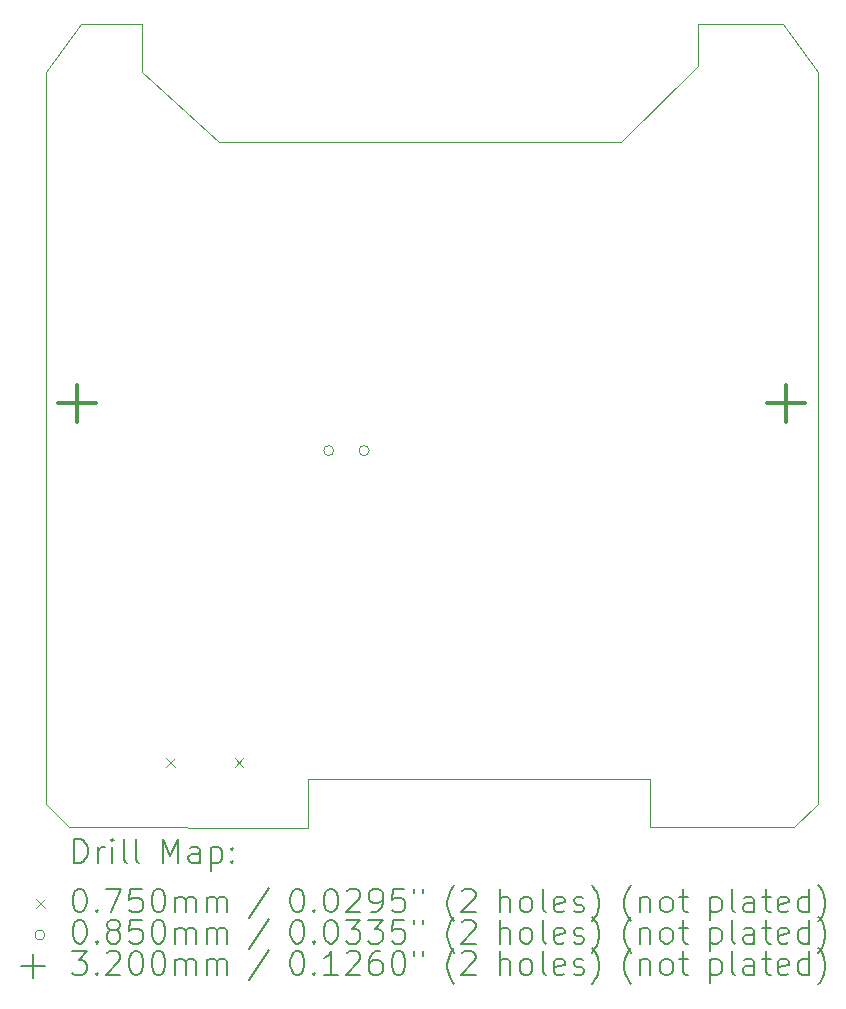
<source format=gbr>
%TF.GenerationSoftware,KiCad,Pcbnew,(7.0.0)*%
%TF.CreationDate,2023-03-27T20:50:51+02:00*%
%TF.ProjectId,S3-27-epaper-touch,53332d32-372d-4657-9061-7065722d746f,rev?*%
%TF.SameCoordinates,Original*%
%TF.FileFunction,Drillmap*%
%TF.FilePolarity,Positive*%
%FSLAX45Y45*%
G04 Gerber Fmt 4.5, Leading zero omitted, Abs format (unit mm)*
G04 Created by KiCad (PCBNEW (7.0.0)) date 2023-03-27 20:50:51*
%MOMM*%
%LPD*%
G01*
G04 APERTURE LIST*
%ADD10C,0.050000*%
%ADD11C,0.100000*%
%ADD12C,0.200000*%
%ADD13C,0.075000*%
%ADD14C,0.085000*%
%ADD15C,0.320000*%
G04 APERTURE END LIST*
D10*
X12700000Y-12603480D02*
X12700000Y-12192000D01*
D11*
X11950000Y-6800000D02*
X15350000Y-6800000D01*
D10*
X15600000Y-12600000D02*
X16820000Y-12600000D01*
X10680000Y-12600000D02*
X12700000Y-12603480D01*
D11*
X16000000Y-6150000D02*
X15350000Y-6800000D01*
D10*
X10680000Y-12600000D02*
X10480000Y-12400000D01*
D11*
X16000000Y-5800000D02*
X16720000Y-5800000D01*
X17020000Y-12400000D02*
X17020000Y-6200000D01*
X10780000Y-5800000D02*
X10480000Y-6200000D01*
X10480000Y-6200000D02*
X10480000Y-12400000D01*
X11300000Y-6200000D02*
X11950000Y-6800000D01*
X16720000Y-5800000D02*
X17020000Y-6200000D01*
X16000000Y-6150000D02*
X16000000Y-5800000D01*
X11300000Y-5800000D02*
X10780000Y-5800000D01*
D10*
X15600000Y-12192000D02*
X15600000Y-12600000D01*
D11*
X11300000Y-5800000D02*
X11300000Y-6200000D01*
D10*
X12700000Y-12192000D02*
X15600000Y-12192000D01*
X17020000Y-12400000D02*
X16820000Y-12600000D01*
D12*
D13*
X11500000Y-12015900D02*
X11575000Y-12090900D01*
X11575000Y-12015900D02*
X11500000Y-12090900D01*
X12080000Y-12015900D02*
X12155000Y-12090900D01*
X12155000Y-12015900D02*
X12080000Y-12090900D01*
D14*
X12919500Y-9409600D02*
G75*
G03*
X12919500Y-9409600I-42500J0D01*
G01*
X13219500Y-9409600D02*
G75*
G03*
X13219500Y-9409600I-42500J0D01*
G01*
D15*
X10745000Y-8850000D02*
X10745000Y-9170000D01*
X10585000Y-9010000D02*
X10905000Y-9010000D01*
X16750000Y-8850000D02*
X16750000Y-9170000D01*
X16590000Y-9010000D02*
X16910000Y-9010000D01*
D12*
X10722619Y-12899456D02*
X10722619Y-12699456D01*
X10722619Y-12699456D02*
X10770238Y-12699456D01*
X10770238Y-12699456D02*
X10798810Y-12708980D01*
X10798810Y-12708980D02*
X10817857Y-12728028D01*
X10817857Y-12728028D02*
X10827381Y-12747075D01*
X10827381Y-12747075D02*
X10836905Y-12785170D01*
X10836905Y-12785170D02*
X10836905Y-12813742D01*
X10836905Y-12813742D02*
X10827381Y-12851837D01*
X10827381Y-12851837D02*
X10817857Y-12870885D01*
X10817857Y-12870885D02*
X10798810Y-12889932D01*
X10798810Y-12889932D02*
X10770238Y-12899456D01*
X10770238Y-12899456D02*
X10722619Y-12899456D01*
X10922619Y-12899456D02*
X10922619Y-12766123D01*
X10922619Y-12804218D02*
X10932143Y-12785170D01*
X10932143Y-12785170D02*
X10941667Y-12775647D01*
X10941667Y-12775647D02*
X10960714Y-12766123D01*
X10960714Y-12766123D02*
X10979762Y-12766123D01*
X11046429Y-12899456D02*
X11046429Y-12766123D01*
X11046429Y-12699456D02*
X11036905Y-12708980D01*
X11036905Y-12708980D02*
X11046429Y-12718504D01*
X11046429Y-12718504D02*
X11055952Y-12708980D01*
X11055952Y-12708980D02*
X11046429Y-12699456D01*
X11046429Y-12699456D02*
X11046429Y-12718504D01*
X11170238Y-12899456D02*
X11151190Y-12889932D01*
X11151190Y-12889932D02*
X11141667Y-12870885D01*
X11141667Y-12870885D02*
X11141667Y-12699456D01*
X11275000Y-12899456D02*
X11255952Y-12889932D01*
X11255952Y-12889932D02*
X11246428Y-12870885D01*
X11246428Y-12870885D02*
X11246428Y-12699456D01*
X11471190Y-12899456D02*
X11471190Y-12699456D01*
X11471190Y-12699456D02*
X11537857Y-12842313D01*
X11537857Y-12842313D02*
X11604524Y-12699456D01*
X11604524Y-12699456D02*
X11604524Y-12899456D01*
X11785476Y-12899456D02*
X11785476Y-12794694D01*
X11785476Y-12794694D02*
X11775952Y-12775647D01*
X11775952Y-12775647D02*
X11756905Y-12766123D01*
X11756905Y-12766123D02*
X11718809Y-12766123D01*
X11718809Y-12766123D02*
X11699762Y-12775647D01*
X11785476Y-12889932D02*
X11766428Y-12899456D01*
X11766428Y-12899456D02*
X11718809Y-12899456D01*
X11718809Y-12899456D02*
X11699762Y-12889932D01*
X11699762Y-12889932D02*
X11690238Y-12870885D01*
X11690238Y-12870885D02*
X11690238Y-12851837D01*
X11690238Y-12851837D02*
X11699762Y-12832789D01*
X11699762Y-12832789D02*
X11718809Y-12823266D01*
X11718809Y-12823266D02*
X11766428Y-12823266D01*
X11766428Y-12823266D02*
X11785476Y-12813742D01*
X11880714Y-12766123D02*
X11880714Y-12966123D01*
X11880714Y-12775647D02*
X11899762Y-12766123D01*
X11899762Y-12766123D02*
X11937857Y-12766123D01*
X11937857Y-12766123D02*
X11956905Y-12775647D01*
X11956905Y-12775647D02*
X11966428Y-12785170D01*
X11966428Y-12785170D02*
X11975952Y-12804218D01*
X11975952Y-12804218D02*
X11975952Y-12861361D01*
X11975952Y-12861361D02*
X11966428Y-12880408D01*
X11966428Y-12880408D02*
X11956905Y-12889932D01*
X11956905Y-12889932D02*
X11937857Y-12899456D01*
X11937857Y-12899456D02*
X11899762Y-12899456D01*
X11899762Y-12899456D02*
X11880714Y-12889932D01*
X12061667Y-12880408D02*
X12071190Y-12889932D01*
X12071190Y-12889932D02*
X12061667Y-12899456D01*
X12061667Y-12899456D02*
X12052143Y-12889932D01*
X12052143Y-12889932D02*
X12061667Y-12880408D01*
X12061667Y-12880408D02*
X12061667Y-12899456D01*
X12061667Y-12775647D02*
X12071190Y-12785170D01*
X12071190Y-12785170D02*
X12061667Y-12794694D01*
X12061667Y-12794694D02*
X12052143Y-12785170D01*
X12052143Y-12785170D02*
X12061667Y-12775647D01*
X12061667Y-12775647D02*
X12061667Y-12794694D01*
D13*
X10400000Y-13208480D02*
X10475000Y-13283480D01*
X10475000Y-13208480D02*
X10400000Y-13283480D01*
D12*
X10760714Y-13119456D02*
X10779762Y-13119456D01*
X10779762Y-13119456D02*
X10798810Y-13128980D01*
X10798810Y-13128980D02*
X10808333Y-13138504D01*
X10808333Y-13138504D02*
X10817857Y-13157551D01*
X10817857Y-13157551D02*
X10827381Y-13195647D01*
X10827381Y-13195647D02*
X10827381Y-13243266D01*
X10827381Y-13243266D02*
X10817857Y-13281361D01*
X10817857Y-13281361D02*
X10808333Y-13300408D01*
X10808333Y-13300408D02*
X10798810Y-13309932D01*
X10798810Y-13309932D02*
X10779762Y-13319456D01*
X10779762Y-13319456D02*
X10760714Y-13319456D01*
X10760714Y-13319456D02*
X10741667Y-13309932D01*
X10741667Y-13309932D02*
X10732143Y-13300408D01*
X10732143Y-13300408D02*
X10722619Y-13281361D01*
X10722619Y-13281361D02*
X10713095Y-13243266D01*
X10713095Y-13243266D02*
X10713095Y-13195647D01*
X10713095Y-13195647D02*
X10722619Y-13157551D01*
X10722619Y-13157551D02*
X10732143Y-13138504D01*
X10732143Y-13138504D02*
X10741667Y-13128980D01*
X10741667Y-13128980D02*
X10760714Y-13119456D01*
X10913095Y-13300408D02*
X10922619Y-13309932D01*
X10922619Y-13309932D02*
X10913095Y-13319456D01*
X10913095Y-13319456D02*
X10903571Y-13309932D01*
X10903571Y-13309932D02*
X10913095Y-13300408D01*
X10913095Y-13300408D02*
X10913095Y-13319456D01*
X10989286Y-13119456D02*
X11122619Y-13119456D01*
X11122619Y-13119456D02*
X11036905Y-13319456D01*
X11294048Y-13119456D02*
X11198809Y-13119456D01*
X11198809Y-13119456D02*
X11189286Y-13214694D01*
X11189286Y-13214694D02*
X11198809Y-13205170D01*
X11198809Y-13205170D02*
X11217857Y-13195647D01*
X11217857Y-13195647D02*
X11265476Y-13195647D01*
X11265476Y-13195647D02*
X11284524Y-13205170D01*
X11284524Y-13205170D02*
X11294048Y-13214694D01*
X11294048Y-13214694D02*
X11303571Y-13233742D01*
X11303571Y-13233742D02*
X11303571Y-13281361D01*
X11303571Y-13281361D02*
X11294048Y-13300408D01*
X11294048Y-13300408D02*
X11284524Y-13309932D01*
X11284524Y-13309932D02*
X11265476Y-13319456D01*
X11265476Y-13319456D02*
X11217857Y-13319456D01*
X11217857Y-13319456D02*
X11198809Y-13309932D01*
X11198809Y-13309932D02*
X11189286Y-13300408D01*
X11427381Y-13119456D02*
X11446429Y-13119456D01*
X11446429Y-13119456D02*
X11465476Y-13128980D01*
X11465476Y-13128980D02*
X11475000Y-13138504D01*
X11475000Y-13138504D02*
X11484524Y-13157551D01*
X11484524Y-13157551D02*
X11494048Y-13195647D01*
X11494048Y-13195647D02*
X11494048Y-13243266D01*
X11494048Y-13243266D02*
X11484524Y-13281361D01*
X11484524Y-13281361D02*
X11475000Y-13300408D01*
X11475000Y-13300408D02*
X11465476Y-13309932D01*
X11465476Y-13309932D02*
X11446429Y-13319456D01*
X11446429Y-13319456D02*
X11427381Y-13319456D01*
X11427381Y-13319456D02*
X11408333Y-13309932D01*
X11408333Y-13309932D02*
X11398809Y-13300408D01*
X11398809Y-13300408D02*
X11389286Y-13281361D01*
X11389286Y-13281361D02*
X11379762Y-13243266D01*
X11379762Y-13243266D02*
X11379762Y-13195647D01*
X11379762Y-13195647D02*
X11389286Y-13157551D01*
X11389286Y-13157551D02*
X11398809Y-13138504D01*
X11398809Y-13138504D02*
X11408333Y-13128980D01*
X11408333Y-13128980D02*
X11427381Y-13119456D01*
X11579762Y-13319456D02*
X11579762Y-13186123D01*
X11579762Y-13205170D02*
X11589286Y-13195647D01*
X11589286Y-13195647D02*
X11608333Y-13186123D01*
X11608333Y-13186123D02*
X11636905Y-13186123D01*
X11636905Y-13186123D02*
X11655952Y-13195647D01*
X11655952Y-13195647D02*
X11665476Y-13214694D01*
X11665476Y-13214694D02*
X11665476Y-13319456D01*
X11665476Y-13214694D02*
X11675000Y-13195647D01*
X11675000Y-13195647D02*
X11694048Y-13186123D01*
X11694048Y-13186123D02*
X11722619Y-13186123D01*
X11722619Y-13186123D02*
X11741667Y-13195647D01*
X11741667Y-13195647D02*
X11751190Y-13214694D01*
X11751190Y-13214694D02*
X11751190Y-13319456D01*
X11846429Y-13319456D02*
X11846429Y-13186123D01*
X11846429Y-13205170D02*
X11855952Y-13195647D01*
X11855952Y-13195647D02*
X11875000Y-13186123D01*
X11875000Y-13186123D02*
X11903571Y-13186123D01*
X11903571Y-13186123D02*
X11922619Y-13195647D01*
X11922619Y-13195647D02*
X11932143Y-13214694D01*
X11932143Y-13214694D02*
X11932143Y-13319456D01*
X11932143Y-13214694D02*
X11941667Y-13195647D01*
X11941667Y-13195647D02*
X11960714Y-13186123D01*
X11960714Y-13186123D02*
X11989286Y-13186123D01*
X11989286Y-13186123D02*
X12008333Y-13195647D01*
X12008333Y-13195647D02*
X12017857Y-13214694D01*
X12017857Y-13214694D02*
X12017857Y-13319456D01*
X12375952Y-13109932D02*
X12204524Y-13367075D01*
X12600714Y-13119456D02*
X12619762Y-13119456D01*
X12619762Y-13119456D02*
X12638810Y-13128980D01*
X12638810Y-13128980D02*
X12648333Y-13138504D01*
X12648333Y-13138504D02*
X12657857Y-13157551D01*
X12657857Y-13157551D02*
X12667381Y-13195647D01*
X12667381Y-13195647D02*
X12667381Y-13243266D01*
X12667381Y-13243266D02*
X12657857Y-13281361D01*
X12657857Y-13281361D02*
X12648333Y-13300408D01*
X12648333Y-13300408D02*
X12638810Y-13309932D01*
X12638810Y-13309932D02*
X12619762Y-13319456D01*
X12619762Y-13319456D02*
X12600714Y-13319456D01*
X12600714Y-13319456D02*
X12581667Y-13309932D01*
X12581667Y-13309932D02*
X12572143Y-13300408D01*
X12572143Y-13300408D02*
X12562619Y-13281361D01*
X12562619Y-13281361D02*
X12553095Y-13243266D01*
X12553095Y-13243266D02*
X12553095Y-13195647D01*
X12553095Y-13195647D02*
X12562619Y-13157551D01*
X12562619Y-13157551D02*
X12572143Y-13138504D01*
X12572143Y-13138504D02*
X12581667Y-13128980D01*
X12581667Y-13128980D02*
X12600714Y-13119456D01*
X12753095Y-13300408D02*
X12762619Y-13309932D01*
X12762619Y-13309932D02*
X12753095Y-13319456D01*
X12753095Y-13319456D02*
X12743571Y-13309932D01*
X12743571Y-13309932D02*
X12753095Y-13300408D01*
X12753095Y-13300408D02*
X12753095Y-13319456D01*
X12886429Y-13119456D02*
X12905476Y-13119456D01*
X12905476Y-13119456D02*
X12924524Y-13128980D01*
X12924524Y-13128980D02*
X12934048Y-13138504D01*
X12934048Y-13138504D02*
X12943571Y-13157551D01*
X12943571Y-13157551D02*
X12953095Y-13195647D01*
X12953095Y-13195647D02*
X12953095Y-13243266D01*
X12953095Y-13243266D02*
X12943571Y-13281361D01*
X12943571Y-13281361D02*
X12934048Y-13300408D01*
X12934048Y-13300408D02*
X12924524Y-13309932D01*
X12924524Y-13309932D02*
X12905476Y-13319456D01*
X12905476Y-13319456D02*
X12886429Y-13319456D01*
X12886429Y-13319456D02*
X12867381Y-13309932D01*
X12867381Y-13309932D02*
X12857857Y-13300408D01*
X12857857Y-13300408D02*
X12848333Y-13281361D01*
X12848333Y-13281361D02*
X12838810Y-13243266D01*
X12838810Y-13243266D02*
X12838810Y-13195647D01*
X12838810Y-13195647D02*
X12848333Y-13157551D01*
X12848333Y-13157551D02*
X12857857Y-13138504D01*
X12857857Y-13138504D02*
X12867381Y-13128980D01*
X12867381Y-13128980D02*
X12886429Y-13119456D01*
X13029286Y-13138504D02*
X13038810Y-13128980D01*
X13038810Y-13128980D02*
X13057857Y-13119456D01*
X13057857Y-13119456D02*
X13105476Y-13119456D01*
X13105476Y-13119456D02*
X13124524Y-13128980D01*
X13124524Y-13128980D02*
X13134048Y-13138504D01*
X13134048Y-13138504D02*
X13143571Y-13157551D01*
X13143571Y-13157551D02*
X13143571Y-13176599D01*
X13143571Y-13176599D02*
X13134048Y-13205170D01*
X13134048Y-13205170D02*
X13019762Y-13319456D01*
X13019762Y-13319456D02*
X13143571Y-13319456D01*
X13238810Y-13319456D02*
X13276905Y-13319456D01*
X13276905Y-13319456D02*
X13295952Y-13309932D01*
X13295952Y-13309932D02*
X13305476Y-13300408D01*
X13305476Y-13300408D02*
X13324524Y-13271837D01*
X13324524Y-13271837D02*
X13334048Y-13233742D01*
X13334048Y-13233742D02*
X13334048Y-13157551D01*
X13334048Y-13157551D02*
X13324524Y-13138504D01*
X13324524Y-13138504D02*
X13315000Y-13128980D01*
X13315000Y-13128980D02*
X13295952Y-13119456D01*
X13295952Y-13119456D02*
X13257857Y-13119456D01*
X13257857Y-13119456D02*
X13238810Y-13128980D01*
X13238810Y-13128980D02*
X13229286Y-13138504D01*
X13229286Y-13138504D02*
X13219762Y-13157551D01*
X13219762Y-13157551D02*
X13219762Y-13205170D01*
X13219762Y-13205170D02*
X13229286Y-13224218D01*
X13229286Y-13224218D02*
X13238810Y-13233742D01*
X13238810Y-13233742D02*
X13257857Y-13243266D01*
X13257857Y-13243266D02*
X13295952Y-13243266D01*
X13295952Y-13243266D02*
X13315000Y-13233742D01*
X13315000Y-13233742D02*
X13324524Y-13224218D01*
X13324524Y-13224218D02*
X13334048Y-13205170D01*
X13515000Y-13119456D02*
X13419762Y-13119456D01*
X13419762Y-13119456D02*
X13410238Y-13214694D01*
X13410238Y-13214694D02*
X13419762Y-13205170D01*
X13419762Y-13205170D02*
X13438810Y-13195647D01*
X13438810Y-13195647D02*
X13486429Y-13195647D01*
X13486429Y-13195647D02*
X13505476Y-13205170D01*
X13505476Y-13205170D02*
X13515000Y-13214694D01*
X13515000Y-13214694D02*
X13524524Y-13233742D01*
X13524524Y-13233742D02*
X13524524Y-13281361D01*
X13524524Y-13281361D02*
X13515000Y-13300408D01*
X13515000Y-13300408D02*
X13505476Y-13309932D01*
X13505476Y-13309932D02*
X13486429Y-13319456D01*
X13486429Y-13319456D02*
X13438810Y-13319456D01*
X13438810Y-13319456D02*
X13419762Y-13309932D01*
X13419762Y-13309932D02*
X13410238Y-13300408D01*
X13600714Y-13119456D02*
X13600714Y-13157551D01*
X13676905Y-13119456D02*
X13676905Y-13157551D01*
X13939762Y-13395647D02*
X13930238Y-13386123D01*
X13930238Y-13386123D02*
X13911191Y-13357551D01*
X13911191Y-13357551D02*
X13901667Y-13338504D01*
X13901667Y-13338504D02*
X13892143Y-13309932D01*
X13892143Y-13309932D02*
X13882619Y-13262313D01*
X13882619Y-13262313D02*
X13882619Y-13224218D01*
X13882619Y-13224218D02*
X13892143Y-13176599D01*
X13892143Y-13176599D02*
X13901667Y-13148028D01*
X13901667Y-13148028D02*
X13911191Y-13128980D01*
X13911191Y-13128980D02*
X13930238Y-13100408D01*
X13930238Y-13100408D02*
X13939762Y-13090885D01*
X14006429Y-13138504D02*
X14015952Y-13128980D01*
X14015952Y-13128980D02*
X14035000Y-13119456D01*
X14035000Y-13119456D02*
X14082619Y-13119456D01*
X14082619Y-13119456D02*
X14101667Y-13128980D01*
X14101667Y-13128980D02*
X14111191Y-13138504D01*
X14111191Y-13138504D02*
X14120714Y-13157551D01*
X14120714Y-13157551D02*
X14120714Y-13176599D01*
X14120714Y-13176599D02*
X14111191Y-13205170D01*
X14111191Y-13205170D02*
X13996905Y-13319456D01*
X13996905Y-13319456D02*
X14120714Y-13319456D01*
X14326429Y-13319456D02*
X14326429Y-13119456D01*
X14412143Y-13319456D02*
X14412143Y-13214694D01*
X14412143Y-13214694D02*
X14402619Y-13195647D01*
X14402619Y-13195647D02*
X14383572Y-13186123D01*
X14383572Y-13186123D02*
X14355000Y-13186123D01*
X14355000Y-13186123D02*
X14335952Y-13195647D01*
X14335952Y-13195647D02*
X14326429Y-13205170D01*
X14535952Y-13319456D02*
X14516905Y-13309932D01*
X14516905Y-13309932D02*
X14507381Y-13300408D01*
X14507381Y-13300408D02*
X14497857Y-13281361D01*
X14497857Y-13281361D02*
X14497857Y-13224218D01*
X14497857Y-13224218D02*
X14507381Y-13205170D01*
X14507381Y-13205170D02*
X14516905Y-13195647D01*
X14516905Y-13195647D02*
X14535952Y-13186123D01*
X14535952Y-13186123D02*
X14564524Y-13186123D01*
X14564524Y-13186123D02*
X14583572Y-13195647D01*
X14583572Y-13195647D02*
X14593095Y-13205170D01*
X14593095Y-13205170D02*
X14602619Y-13224218D01*
X14602619Y-13224218D02*
X14602619Y-13281361D01*
X14602619Y-13281361D02*
X14593095Y-13300408D01*
X14593095Y-13300408D02*
X14583572Y-13309932D01*
X14583572Y-13309932D02*
X14564524Y-13319456D01*
X14564524Y-13319456D02*
X14535952Y-13319456D01*
X14716905Y-13319456D02*
X14697857Y-13309932D01*
X14697857Y-13309932D02*
X14688333Y-13290885D01*
X14688333Y-13290885D02*
X14688333Y-13119456D01*
X14869286Y-13309932D02*
X14850238Y-13319456D01*
X14850238Y-13319456D02*
X14812143Y-13319456D01*
X14812143Y-13319456D02*
X14793095Y-13309932D01*
X14793095Y-13309932D02*
X14783572Y-13290885D01*
X14783572Y-13290885D02*
X14783572Y-13214694D01*
X14783572Y-13214694D02*
X14793095Y-13195647D01*
X14793095Y-13195647D02*
X14812143Y-13186123D01*
X14812143Y-13186123D02*
X14850238Y-13186123D01*
X14850238Y-13186123D02*
X14869286Y-13195647D01*
X14869286Y-13195647D02*
X14878810Y-13214694D01*
X14878810Y-13214694D02*
X14878810Y-13233742D01*
X14878810Y-13233742D02*
X14783572Y-13252789D01*
X14955000Y-13309932D02*
X14974048Y-13319456D01*
X14974048Y-13319456D02*
X15012143Y-13319456D01*
X15012143Y-13319456D02*
X15031191Y-13309932D01*
X15031191Y-13309932D02*
X15040714Y-13290885D01*
X15040714Y-13290885D02*
X15040714Y-13281361D01*
X15040714Y-13281361D02*
X15031191Y-13262313D01*
X15031191Y-13262313D02*
X15012143Y-13252789D01*
X15012143Y-13252789D02*
X14983572Y-13252789D01*
X14983572Y-13252789D02*
X14964524Y-13243266D01*
X14964524Y-13243266D02*
X14955000Y-13224218D01*
X14955000Y-13224218D02*
X14955000Y-13214694D01*
X14955000Y-13214694D02*
X14964524Y-13195647D01*
X14964524Y-13195647D02*
X14983572Y-13186123D01*
X14983572Y-13186123D02*
X15012143Y-13186123D01*
X15012143Y-13186123D02*
X15031191Y-13195647D01*
X15107381Y-13395647D02*
X15116905Y-13386123D01*
X15116905Y-13386123D02*
X15135953Y-13357551D01*
X15135953Y-13357551D02*
X15145476Y-13338504D01*
X15145476Y-13338504D02*
X15155000Y-13309932D01*
X15155000Y-13309932D02*
X15164524Y-13262313D01*
X15164524Y-13262313D02*
X15164524Y-13224218D01*
X15164524Y-13224218D02*
X15155000Y-13176599D01*
X15155000Y-13176599D02*
X15145476Y-13148028D01*
X15145476Y-13148028D02*
X15135953Y-13128980D01*
X15135953Y-13128980D02*
X15116905Y-13100408D01*
X15116905Y-13100408D02*
X15107381Y-13090885D01*
X15436905Y-13395647D02*
X15427381Y-13386123D01*
X15427381Y-13386123D02*
X15408333Y-13357551D01*
X15408333Y-13357551D02*
X15398810Y-13338504D01*
X15398810Y-13338504D02*
X15389286Y-13309932D01*
X15389286Y-13309932D02*
X15379762Y-13262313D01*
X15379762Y-13262313D02*
X15379762Y-13224218D01*
X15379762Y-13224218D02*
X15389286Y-13176599D01*
X15389286Y-13176599D02*
X15398810Y-13148028D01*
X15398810Y-13148028D02*
X15408333Y-13128980D01*
X15408333Y-13128980D02*
X15427381Y-13100408D01*
X15427381Y-13100408D02*
X15436905Y-13090885D01*
X15513095Y-13186123D02*
X15513095Y-13319456D01*
X15513095Y-13205170D02*
X15522619Y-13195647D01*
X15522619Y-13195647D02*
X15541667Y-13186123D01*
X15541667Y-13186123D02*
X15570238Y-13186123D01*
X15570238Y-13186123D02*
X15589286Y-13195647D01*
X15589286Y-13195647D02*
X15598810Y-13214694D01*
X15598810Y-13214694D02*
X15598810Y-13319456D01*
X15722619Y-13319456D02*
X15703572Y-13309932D01*
X15703572Y-13309932D02*
X15694048Y-13300408D01*
X15694048Y-13300408D02*
X15684524Y-13281361D01*
X15684524Y-13281361D02*
X15684524Y-13224218D01*
X15684524Y-13224218D02*
X15694048Y-13205170D01*
X15694048Y-13205170D02*
X15703572Y-13195647D01*
X15703572Y-13195647D02*
X15722619Y-13186123D01*
X15722619Y-13186123D02*
X15751191Y-13186123D01*
X15751191Y-13186123D02*
X15770238Y-13195647D01*
X15770238Y-13195647D02*
X15779762Y-13205170D01*
X15779762Y-13205170D02*
X15789286Y-13224218D01*
X15789286Y-13224218D02*
X15789286Y-13281361D01*
X15789286Y-13281361D02*
X15779762Y-13300408D01*
X15779762Y-13300408D02*
X15770238Y-13309932D01*
X15770238Y-13309932D02*
X15751191Y-13319456D01*
X15751191Y-13319456D02*
X15722619Y-13319456D01*
X15846429Y-13186123D02*
X15922619Y-13186123D01*
X15875000Y-13119456D02*
X15875000Y-13290885D01*
X15875000Y-13290885D02*
X15884524Y-13309932D01*
X15884524Y-13309932D02*
X15903572Y-13319456D01*
X15903572Y-13319456D02*
X15922619Y-13319456D01*
X16109286Y-13186123D02*
X16109286Y-13386123D01*
X16109286Y-13195647D02*
X16128333Y-13186123D01*
X16128333Y-13186123D02*
X16166429Y-13186123D01*
X16166429Y-13186123D02*
X16185476Y-13195647D01*
X16185476Y-13195647D02*
X16195000Y-13205170D01*
X16195000Y-13205170D02*
X16204524Y-13224218D01*
X16204524Y-13224218D02*
X16204524Y-13281361D01*
X16204524Y-13281361D02*
X16195000Y-13300408D01*
X16195000Y-13300408D02*
X16185476Y-13309932D01*
X16185476Y-13309932D02*
X16166429Y-13319456D01*
X16166429Y-13319456D02*
X16128333Y-13319456D01*
X16128333Y-13319456D02*
X16109286Y-13309932D01*
X16318810Y-13319456D02*
X16299762Y-13309932D01*
X16299762Y-13309932D02*
X16290238Y-13290885D01*
X16290238Y-13290885D02*
X16290238Y-13119456D01*
X16480714Y-13319456D02*
X16480714Y-13214694D01*
X16480714Y-13214694D02*
X16471191Y-13195647D01*
X16471191Y-13195647D02*
X16452143Y-13186123D01*
X16452143Y-13186123D02*
X16414048Y-13186123D01*
X16414048Y-13186123D02*
X16395000Y-13195647D01*
X16480714Y-13309932D02*
X16461667Y-13319456D01*
X16461667Y-13319456D02*
X16414048Y-13319456D01*
X16414048Y-13319456D02*
X16395000Y-13309932D01*
X16395000Y-13309932D02*
X16385476Y-13290885D01*
X16385476Y-13290885D02*
X16385476Y-13271837D01*
X16385476Y-13271837D02*
X16395000Y-13252789D01*
X16395000Y-13252789D02*
X16414048Y-13243266D01*
X16414048Y-13243266D02*
X16461667Y-13243266D01*
X16461667Y-13243266D02*
X16480714Y-13233742D01*
X16547381Y-13186123D02*
X16623572Y-13186123D01*
X16575953Y-13119456D02*
X16575953Y-13290885D01*
X16575953Y-13290885D02*
X16585476Y-13309932D01*
X16585476Y-13309932D02*
X16604524Y-13319456D01*
X16604524Y-13319456D02*
X16623572Y-13319456D01*
X16766429Y-13309932D02*
X16747381Y-13319456D01*
X16747381Y-13319456D02*
X16709286Y-13319456D01*
X16709286Y-13319456D02*
X16690238Y-13309932D01*
X16690238Y-13309932D02*
X16680714Y-13290885D01*
X16680714Y-13290885D02*
X16680714Y-13214694D01*
X16680714Y-13214694D02*
X16690238Y-13195647D01*
X16690238Y-13195647D02*
X16709286Y-13186123D01*
X16709286Y-13186123D02*
X16747381Y-13186123D01*
X16747381Y-13186123D02*
X16766429Y-13195647D01*
X16766429Y-13195647D02*
X16775953Y-13214694D01*
X16775953Y-13214694D02*
X16775953Y-13233742D01*
X16775953Y-13233742D02*
X16680714Y-13252789D01*
X16947381Y-13319456D02*
X16947381Y-13119456D01*
X16947381Y-13309932D02*
X16928334Y-13319456D01*
X16928334Y-13319456D02*
X16890238Y-13319456D01*
X16890238Y-13319456D02*
X16871191Y-13309932D01*
X16871191Y-13309932D02*
X16861667Y-13300408D01*
X16861667Y-13300408D02*
X16852143Y-13281361D01*
X16852143Y-13281361D02*
X16852143Y-13224218D01*
X16852143Y-13224218D02*
X16861667Y-13205170D01*
X16861667Y-13205170D02*
X16871191Y-13195647D01*
X16871191Y-13195647D02*
X16890238Y-13186123D01*
X16890238Y-13186123D02*
X16928334Y-13186123D01*
X16928334Y-13186123D02*
X16947381Y-13195647D01*
X17023572Y-13395647D02*
X17033096Y-13386123D01*
X17033096Y-13386123D02*
X17052143Y-13357551D01*
X17052143Y-13357551D02*
X17061667Y-13338504D01*
X17061667Y-13338504D02*
X17071191Y-13309932D01*
X17071191Y-13309932D02*
X17080715Y-13262313D01*
X17080715Y-13262313D02*
X17080715Y-13224218D01*
X17080715Y-13224218D02*
X17071191Y-13176599D01*
X17071191Y-13176599D02*
X17061667Y-13148028D01*
X17061667Y-13148028D02*
X17052143Y-13128980D01*
X17052143Y-13128980D02*
X17033096Y-13100408D01*
X17033096Y-13100408D02*
X17023572Y-13090885D01*
D14*
X10475000Y-13509980D02*
G75*
G03*
X10475000Y-13509980I-42500J0D01*
G01*
D12*
X10760714Y-13383456D02*
X10779762Y-13383456D01*
X10779762Y-13383456D02*
X10798810Y-13392980D01*
X10798810Y-13392980D02*
X10808333Y-13402504D01*
X10808333Y-13402504D02*
X10817857Y-13421551D01*
X10817857Y-13421551D02*
X10827381Y-13459647D01*
X10827381Y-13459647D02*
X10827381Y-13507266D01*
X10827381Y-13507266D02*
X10817857Y-13545361D01*
X10817857Y-13545361D02*
X10808333Y-13564408D01*
X10808333Y-13564408D02*
X10798810Y-13573932D01*
X10798810Y-13573932D02*
X10779762Y-13583456D01*
X10779762Y-13583456D02*
X10760714Y-13583456D01*
X10760714Y-13583456D02*
X10741667Y-13573932D01*
X10741667Y-13573932D02*
X10732143Y-13564408D01*
X10732143Y-13564408D02*
X10722619Y-13545361D01*
X10722619Y-13545361D02*
X10713095Y-13507266D01*
X10713095Y-13507266D02*
X10713095Y-13459647D01*
X10713095Y-13459647D02*
X10722619Y-13421551D01*
X10722619Y-13421551D02*
X10732143Y-13402504D01*
X10732143Y-13402504D02*
X10741667Y-13392980D01*
X10741667Y-13392980D02*
X10760714Y-13383456D01*
X10913095Y-13564408D02*
X10922619Y-13573932D01*
X10922619Y-13573932D02*
X10913095Y-13583456D01*
X10913095Y-13583456D02*
X10903571Y-13573932D01*
X10903571Y-13573932D02*
X10913095Y-13564408D01*
X10913095Y-13564408D02*
X10913095Y-13583456D01*
X11036905Y-13469170D02*
X11017857Y-13459647D01*
X11017857Y-13459647D02*
X11008333Y-13450123D01*
X11008333Y-13450123D02*
X10998810Y-13431075D01*
X10998810Y-13431075D02*
X10998810Y-13421551D01*
X10998810Y-13421551D02*
X11008333Y-13402504D01*
X11008333Y-13402504D02*
X11017857Y-13392980D01*
X11017857Y-13392980D02*
X11036905Y-13383456D01*
X11036905Y-13383456D02*
X11075000Y-13383456D01*
X11075000Y-13383456D02*
X11094048Y-13392980D01*
X11094048Y-13392980D02*
X11103571Y-13402504D01*
X11103571Y-13402504D02*
X11113095Y-13421551D01*
X11113095Y-13421551D02*
X11113095Y-13431075D01*
X11113095Y-13431075D02*
X11103571Y-13450123D01*
X11103571Y-13450123D02*
X11094048Y-13459647D01*
X11094048Y-13459647D02*
X11075000Y-13469170D01*
X11075000Y-13469170D02*
X11036905Y-13469170D01*
X11036905Y-13469170D02*
X11017857Y-13478694D01*
X11017857Y-13478694D02*
X11008333Y-13488218D01*
X11008333Y-13488218D02*
X10998810Y-13507266D01*
X10998810Y-13507266D02*
X10998810Y-13545361D01*
X10998810Y-13545361D02*
X11008333Y-13564408D01*
X11008333Y-13564408D02*
X11017857Y-13573932D01*
X11017857Y-13573932D02*
X11036905Y-13583456D01*
X11036905Y-13583456D02*
X11075000Y-13583456D01*
X11075000Y-13583456D02*
X11094048Y-13573932D01*
X11094048Y-13573932D02*
X11103571Y-13564408D01*
X11103571Y-13564408D02*
X11113095Y-13545361D01*
X11113095Y-13545361D02*
X11113095Y-13507266D01*
X11113095Y-13507266D02*
X11103571Y-13488218D01*
X11103571Y-13488218D02*
X11094048Y-13478694D01*
X11094048Y-13478694D02*
X11075000Y-13469170D01*
X11294048Y-13383456D02*
X11198809Y-13383456D01*
X11198809Y-13383456D02*
X11189286Y-13478694D01*
X11189286Y-13478694D02*
X11198809Y-13469170D01*
X11198809Y-13469170D02*
X11217857Y-13459647D01*
X11217857Y-13459647D02*
X11265476Y-13459647D01*
X11265476Y-13459647D02*
X11284524Y-13469170D01*
X11284524Y-13469170D02*
X11294048Y-13478694D01*
X11294048Y-13478694D02*
X11303571Y-13497742D01*
X11303571Y-13497742D02*
X11303571Y-13545361D01*
X11303571Y-13545361D02*
X11294048Y-13564408D01*
X11294048Y-13564408D02*
X11284524Y-13573932D01*
X11284524Y-13573932D02*
X11265476Y-13583456D01*
X11265476Y-13583456D02*
X11217857Y-13583456D01*
X11217857Y-13583456D02*
X11198809Y-13573932D01*
X11198809Y-13573932D02*
X11189286Y-13564408D01*
X11427381Y-13383456D02*
X11446429Y-13383456D01*
X11446429Y-13383456D02*
X11465476Y-13392980D01*
X11465476Y-13392980D02*
X11475000Y-13402504D01*
X11475000Y-13402504D02*
X11484524Y-13421551D01*
X11484524Y-13421551D02*
X11494048Y-13459647D01*
X11494048Y-13459647D02*
X11494048Y-13507266D01*
X11494048Y-13507266D02*
X11484524Y-13545361D01*
X11484524Y-13545361D02*
X11475000Y-13564408D01*
X11475000Y-13564408D02*
X11465476Y-13573932D01*
X11465476Y-13573932D02*
X11446429Y-13583456D01*
X11446429Y-13583456D02*
X11427381Y-13583456D01*
X11427381Y-13583456D02*
X11408333Y-13573932D01*
X11408333Y-13573932D02*
X11398809Y-13564408D01*
X11398809Y-13564408D02*
X11389286Y-13545361D01*
X11389286Y-13545361D02*
X11379762Y-13507266D01*
X11379762Y-13507266D02*
X11379762Y-13459647D01*
X11379762Y-13459647D02*
X11389286Y-13421551D01*
X11389286Y-13421551D02*
X11398809Y-13402504D01*
X11398809Y-13402504D02*
X11408333Y-13392980D01*
X11408333Y-13392980D02*
X11427381Y-13383456D01*
X11579762Y-13583456D02*
X11579762Y-13450123D01*
X11579762Y-13469170D02*
X11589286Y-13459647D01*
X11589286Y-13459647D02*
X11608333Y-13450123D01*
X11608333Y-13450123D02*
X11636905Y-13450123D01*
X11636905Y-13450123D02*
X11655952Y-13459647D01*
X11655952Y-13459647D02*
X11665476Y-13478694D01*
X11665476Y-13478694D02*
X11665476Y-13583456D01*
X11665476Y-13478694D02*
X11675000Y-13459647D01*
X11675000Y-13459647D02*
X11694048Y-13450123D01*
X11694048Y-13450123D02*
X11722619Y-13450123D01*
X11722619Y-13450123D02*
X11741667Y-13459647D01*
X11741667Y-13459647D02*
X11751190Y-13478694D01*
X11751190Y-13478694D02*
X11751190Y-13583456D01*
X11846429Y-13583456D02*
X11846429Y-13450123D01*
X11846429Y-13469170D02*
X11855952Y-13459647D01*
X11855952Y-13459647D02*
X11875000Y-13450123D01*
X11875000Y-13450123D02*
X11903571Y-13450123D01*
X11903571Y-13450123D02*
X11922619Y-13459647D01*
X11922619Y-13459647D02*
X11932143Y-13478694D01*
X11932143Y-13478694D02*
X11932143Y-13583456D01*
X11932143Y-13478694D02*
X11941667Y-13459647D01*
X11941667Y-13459647D02*
X11960714Y-13450123D01*
X11960714Y-13450123D02*
X11989286Y-13450123D01*
X11989286Y-13450123D02*
X12008333Y-13459647D01*
X12008333Y-13459647D02*
X12017857Y-13478694D01*
X12017857Y-13478694D02*
X12017857Y-13583456D01*
X12375952Y-13373932D02*
X12204524Y-13631075D01*
X12600714Y-13383456D02*
X12619762Y-13383456D01*
X12619762Y-13383456D02*
X12638810Y-13392980D01*
X12638810Y-13392980D02*
X12648333Y-13402504D01*
X12648333Y-13402504D02*
X12657857Y-13421551D01*
X12657857Y-13421551D02*
X12667381Y-13459647D01*
X12667381Y-13459647D02*
X12667381Y-13507266D01*
X12667381Y-13507266D02*
X12657857Y-13545361D01*
X12657857Y-13545361D02*
X12648333Y-13564408D01*
X12648333Y-13564408D02*
X12638810Y-13573932D01*
X12638810Y-13573932D02*
X12619762Y-13583456D01*
X12619762Y-13583456D02*
X12600714Y-13583456D01*
X12600714Y-13583456D02*
X12581667Y-13573932D01*
X12581667Y-13573932D02*
X12572143Y-13564408D01*
X12572143Y-13564408D02*
X12562619Y-13545361D01*
X12562619Y-13545361D02*
X12553095Y-13507266D01*
X12553095Y-13507266D02*
X12553095Y-13459647D01*
X12553095Y-13459647D02*
X12562619Y-13421551D01*
X12562619Y-13421551D02*
X12572143Y-13402504D01*
X12572143Y-13402504D02*
X12581667Y-13392980D01*
X12581667Y-13392980D02*
X12600714Y-13383456D01*
X12753095Y-13564408D02*
X12762619Y-13573932D01*
X12762619Y-13573932D02*
X12753095Y-13583456D01*
X12753095Y-13583456D02*
X12743571Y-13573932D01*
X12743571Y-13573932D02*
X12753095Y-13564408D01*
X12753095Y-13564408D02*
X12753095Y-13583456D01*
X12886429Y-13383456D02*
X12905476Y-13383456D01*
X12905476Y-13383456D02*
X12924524Y-13392980D01*
X12924524Y-13392980D02*
X12934048Y-13402504D01*
X12934048Y-13402504D02*
X12943571Y-13421551D01*
X12943571Y-13421551D02*
X12953095Y-13459647D01*
X12953095Y-13459647D02*
X12953095Y-13507266D01*
X12953095Y-13507266D02*
X12943571Y-13545361D01*
X12943571Y-13545361D02*
X12934048Y-13564408D01*
X12934048Y-13564408D02*
X12924524Y-13573932D01*
X12924524Y-13573932D02*
X12905476Y-13583456D01*
X12905476Y-13583456D02*
X12886429Y-13583456D01*
X12886429Y-13583456D02*
X12867381Y-13573932D01*
X12867381Y-13573932D02*
X12857857Y-13564408D01*
X12857857Y-13564408D02*
X12848333Y-13545361D01*
X12848333Y-13545361D02*
X12838810Y-13507266D01*
X12838810Y-13507266D02*
X12838810Y-13459647D01*
X12838810Y-13459647D02*
X12848333Y-13421551D01*
X12848333Y-13421551D02*
X12857857Y-13402504D01*
X12857857Y-13402504D02*
X12867381Y-13392980D01*
X12867381Y-13392980D02*
X12886429Y-13383456D01*
X13019762Y-13383456D02*
X13143571Y-13383456D01*
X13143571Y-13383456D02*
X13076905Y-13459647D01*
X13076905Y-13459647D02*
X13105476Y-13459647D01*
X13105476Y-13459647D02*
X13124524Y-13469170D01*
X13124524Y-13469170D02*
X13134048Y-13478694D01*
X13134048Y-13478694D02*
X13143571Y-13497742D01*
X13143571Y-13497742D02*
X13143571Y-13545361D01*
X13143571Y-13545361D02*
X13134048Y-13564408D01*
X13134048Y-13564408D02*
X13124524Y-13573932D01*
X13124524Y-13573932D02*
X13105476Y-13583456D01*
X13105476Y-13583456D02*
X13048333Y-13583456D01*
X13048333Y-13583456D02*
X13029286Y-13573932D01*
X13029286Y-13573932D02*
X13019762Y-13564408D01*
X13210238Y-13383456D02*
X13334048Y-13383456D01*
X13334048Y-13383456D02*
X13267381Y-13459647D01*
X13267381Y-13459647D02*
X13295952Y-13459647D01*
X13295952Y-13459647D02*
X13315000Y-13469170D01*
X13315000Y-13469170D02*
X13324524Y-13478694D01*
X13324524Y-13478694D02*
X13334048Y-13497742D01*
X13334048Y-13497742D02*
X13334048Y-13545361D01*
X13334048Y-13545361D02*
X13324524Y-13564408D01*
X13324524Y-13564408D02*
X13315000Y-13573932D01*
X13315000Y-13573932D02*
X13295952Y-13583456D01*
X13295952Y-13583456D02*
X13238810Y-13583456D01*
X13238810Y-13583456D02*
X13219762Y-13573932D01*
X13219762Y-13573932D02*
X13210238Y-13564408D01*
X13515000Y-13383456D02*
X13419762Y-13383456D01*
X13419762Y-13383456D02*
X13410238Y-13478694D01*
X13410238Y-13478694D02*
X13419762Y-13469170D01*
X13419762Y-13469170D02*
X13438810Y-13459647D01*
X13438810Y-13459647D02*
X13486429Y-13459647D01*
X13486429Y-13459647D02*
X13505476Y-13469170D01*
X13505476Y-13469170D02*
X13515000Y-13478694D01*
X13515000Y-13478694D02*
X13524524Y-13497742D01*
X13524524Y-13497742D02*
X13524524Y-13545361D01*
X13524524Y-13545361D02*
X13515000Y-13564408D01*
X13515000Y-13564408D02*
X13505476Y-13573932D01*
X13505476Y-13573932D02*
X13486429Y-13583456D01*
X13486429Y-13583456D02*
X13438810Y-13583456D01*
X13438810Y-13583456D02*
X13419762Y-13573932D01*
X13419762Y-13573932D02*
X13410238Y-13564408D01*
X13600714Y-13383456D02*
X13600714Y-13421551D01*
X13676905Y-13383456D02*
X13676905Y-13421551D01*
X13939762Y-13659647D02*
X13930238Y-13650123D01*
X13930238Y-13650123D02*
X13911191Y-13621551D01*
X13911191Y-13621551D02*
X13901667Y-13602504D01*
X13901667Y-13602504D02*
X13892143Y-13573932D01*
X13892143Y-13573932D02*
X13882619Y-13526313D01*
X13882619Y-13526313D02*
X13882619Y-13488218D01*
X13882619Y-13488218D02*
X13892143Y-13440599D01*
X13892143Y-13440599D02*
X13901667Y-13412028D01*
X13901667Y-13412028D02*
X13911191Y-13392980D01*
X13911191Y-13392980D02*
X13930238Y-13364408D01*
X13930238Y-13364408D02*
X13939762Y-13354885D01*
X14006429Y-13402504D02*
X14015952Y-13392980D01*
X14015952Y-13392980D02*
X14035000Y-13383456D01*
X14035000Y-13383456D02*
X14082619Y-13383456D01*
X14082619Y-13383456D02*
X14101667Y-13392980D01*
X14101667Y-13392980D02*
X14111191Y-13402504D01*
X14111191Y-13402504D02*
X14120714Y-13421551D01*
X14120714Y-13421551D02*
X14120714Y-13440599D01*
X14120714Y-13440599D02*
X14111191Y-13469170D01*
X14111191Y-13469170D02*
X13996905Y-13583456D01*
X13996905Y-13583456D02*
X14120714Y-13583456D01*
X14326429Y-13583456D02*
X14326429Y-13383456D01*
X14412143Y-13583456D02*
X14412143Y-13478694D01*
X14412143Y-13478694D02*
X14402619Y-13459647D01*
X14402619Y-13459647D02*
X14383572Y-13450123D01*
X14383572Y-13450123D02*
X14355000Y-13450123D01*
X14355000Y-13450123D02*
X14335952Y-13459647D01*
X14335952Y-13459647D02*
X14326429Y-13469170D01*
X14535952Y-13583456D02*
X14516905Y-13573932D01*
X14516905Y-13573932D02*
X14507381Y-13564408D01*
X14507381Y-13564408D02*
X14497857Y-13545361D01*
X14497857Y-13545361D02*
X14497857Y-13488218D01*
X14497857Y-13488218D02*
X14507381Y-13469170D01*
X14507381Y-13469170D02*
X14516905Y-13459647D01*
X14516905Y-13459647D02*
X14535952Y-13450123D01*
X14535952Y-13450123D02*
X14564524Y-13450123D01*
X14564524Y-13450123D02*
X14583572Y-13459647D01*
X14583572Y-13459647D02*
X14593095Y-13469170D01*
X14593095Y-13469170D02*
X14602619Y-13488218D01*
X14602619Y-13488218D02*
X14602619Y-13545361D01*
X14602619Y-13545361D02*
X14593095Y-13564408D01*
X14593095Y-13564408D02*
X14583572Y-13573932D01*
X14583572Y-13573932D02*
X14564524Y-13583456D01*
X14564524Y-13583456D02*
X14535952Y-13583456D01*
X14716905Y-13583456D02*
X14697857Y-13573932D01*
X14697857Y-13573932D02*
X14688333Y-13554885D01*
X14688333Y-13554885D02*
X14688333Y-13383456D01*
X14869286Y-13573932D02*
X14850238Y-13583456D01*
X14850238Y-13583456D02*
X14812143Y-13583456D01*
X14812143Y-13583456D02*
X14793095Y-13573932D01*
X14793095Y-13573932D02*
X14783572Y-13554885D01*
X14783572Y-13554885D02*
X14783572Y-13478694D01*
X14783572Y-13478694D02*
X14793095Y-13459647D01*
X14793095Y-13459647D02*
X14812143Y-13450123D01*
X14812143Y-13450123D02*
X14850238Y-13450123D01*
X14850238Y-13450123D02*
X14869286Y-13459647D01*
X14869286Y-13459647D02*
X14878810Y-13478694D01*
X14878810Y-13478694D02*
X14878810Y-13497742D01*
X14878810Y-13497742D02*
X14783572Y-13516789D01*
X14955000Y-13573932D02*
X14974048Y-13583456D01*
X14974048Y-13583456D02*
X15012143Y-13583456D01*
X15012143Y-13583456D02*
X15031191Y-13573932D01*
X15031191Y-13573932D02*
X15040714Y-13554885D01*
X15040714Y-13554885D02*
X15040714Y-13545361D01*
X15040714Y-13545361D02*
X15031191Y-13526313D01*
X15031191Y-13526313D02*
X15012143Y-13516789D01*
X15012143Y-13516789D02*
X14983572Y-13516789D01*
X14983572Y-13516789D02*
X14964524Y-13507266D01*
X14964524Y-13507266D02*
X14955000Y-13488218D01*
X14955000Y-13488218D02*
X14955000Y-13478694D01*
X14955000Y-13478694D02*
X14964524Y-13459647D01*
X14964524Y-13459647D02*
X14983572Y-13450123D01*
X14983572Y-13450123D02*
X15012143Y-13450123D01*
X15012143Y-13450123D02*
X15031191Y-13459647D01*
X15107381Y-13659647D02*
X15116905Y-13650123D01*
X15116905Y-13650123D02*
X15135953Y-13621551D01*
X15135953Y-13621551D02*
X15145476Y-13602504D01*
X15145476Y-13602504D02*
X15155000Y-13573932D01*
X15155000Y-13573932D02*
X15164524Y-13526313D01*
X15164524Y-13526313D02*
X15164524Y-13488218D01*
X15164524Y-13488218D02*
X15155000Y-13440599D01*
X15155000Y-13440599D02*
X15145476Y-13412028D01*
X15145476Y-13412028D02*
X15135953Y-13392980D01*
X15135953Y-13392980D02*
X15116905Y-13364408D01*
X15116905Y-13364408D02*
X15107381Y-13354885D01*
X15436905Y-13659647D02*
X15427381Y-13650123D01*
X15427381Y-13650123D02*
X15408333Y-13621551D01*
X15408333Y-13621551D02*
X15398810Y-13602504D01*
X15398810Y-13602504D02*
X15389286Y-13573932D01*
X15389286Y-13573932D02*
X15379762Y-13526313D01*
X15379762Y-13526313D02*
X15379762Y-13488218D01*
X15379762Y-13488218D02*
X15389286Y-13440599D01*
X15389286Y-13440599D02*
X15398810Y-13412028D01*
X15398810Y-13412028D02*
X15408333Y-13392980D01*
X15408333Y-13392980D02*
X15427381Y-13364408D01*
X15427381Y-13364408D02*
X15436905Y-13354885D01*
X15513095Y-13450123D02*
X15513095Y-13583456D01*
X15513095Y-13469170D02*
X15522619Y-13459647D01*
X15522619Y-13459647D02*
X15541667Y-13450123D01*
X15541667Y-13450123D02*
X15570238Y-13450123D01*
X15570238Y-13450123D02*
X15589286Y-13459647D01*
X15589286Y-13459647D02*
X15598810Y-13478694D01*
X15598810Y-13478694D02*
X15598810Y-13583456D01*
X15722619Y-13583456D02*
X15703572Y-13573932D01*
X15703572Y-13573932D02*
X15694048Y-13564408D01*
X15694048Y-13564408D02*
X15684524Y-13545361D01*
X15684524Y-13545361D02*
X15684524Y-13488218D01*
X15684524Y-13488218D02*
X15694048Y-13469170D01*
X15694048Y-13469170D02*
X15703572Y-13459647D01*
X15703572Y-13459647D02*
X15722619Y-13450123D01*
X15722619Y-13450123D02*
X15751191Y-13450123D01*
X15751191Y-13450123D02*
X15770238Y-13459647D01*
X15770238Y-13459647D02*
X15779762Y-13469170D01*
X15779762Y-13469170D02*
X15789286Y-13488218D01*
X15789286Y-13488218D02*
X15789286Y-13545361D01*
X15789286Y-13545361D02*
X15779762Y-13564408D01*
X15779762Y-13564408D02*
X15770238Y-13573932D01*
X15770238Y-13573932D02*
X15751191Y-13583456D01*
X15751191Y-13583456D02*
X15722619Y-13583456D01*
X15846429Y-13450123D02*
X15922619Y-13450123D01*
X15875000Y-13383456D02*
X15875000Y-13554885D01*
X15875000Y-13554885D02*
X15884524Y-13573932D01*
X15884524Y-13573932D02*
X15903572Y-13583456D01*
X15903572Y-13583456D02*
X15922619Y-13583456D01*
X16109286Y-13450123D02*
X16109286Y-13650123D01*
X16109286Y-13459647D02*
X16128333Y-13450123D01*
X16128333Y-13450123D02*
X16166429Y-13450123D01*
X16166429Y-13450123D02*
X16185476Y-13459647D01*
X16185476Y-13459647D02*
X16195000Y-13469170D01*
X16195000Y-13469170D02*
X16204524Y-13488218D01*
X16204524Y-13488218D02*
X16204524Y-13545361D01*
X16204524Y-13545361D02*
X16195000Y-13564408D01*
X16195000Y-13564408D02*
X16185476Y-13573932D01*
X16185476Y-13573932D02*
X16166429Y-13583456D01*
X16166429Y-13583456D02*
X16128333Y-13583456D01*
X16128333Y-13583456D02*
X16109286Y-13573932D01*
X16318810Y-13583456D02*
X16299762Y-13573932D01*
X16299762Y-13573932D02*
X16290238Y-13554885D01*
X16290238Y-13554885D02*
X16290238Y-13383456D01*
X16480714Y-13583456D02*
X16480714Y-13478694D01*
X16480714Y-13478694D02*
X16471191Y-13459647D01*
X16471191Y-13459647D02*
X16452143Y-13450123D01*
X16452143Y-13450123D02*
X16414048Y-13450123D01*
X16414048Y-13450123D02*
X16395000Y-13459647D01*
X16480714Y-13573932D02*
X16461667Y-13583456D01*
X16461667Y-13583456D02*
X16414048Y-13583456D01*
X16414048Y-13583456D02*
X16395000Y-13573932D01*
X16395000Y-13573932D02*
X16385476Y-13554885D01*
X16385476Y-13554885D02*
X16385476Y-13535837D01*
X16385476Y-13535837D02*
X16395000Y-13516789D01*
X16395000Y-13516789D02*
X16414048Y-13507266D01*
X16414048Y-13507266D02*
X16461667Y-13507266D01*
X16461667Y-13507266D02*
X16480714Y-13497742D01*
X16547381Y-13450123D02*
X16623572Y-13450123D01*
X16575953Y-13383456D02*
X16575953Y-13554885D01*
X16575953Y-13554885D02*
X16585476Y-13573932D01*
X16585476Y-13573932D02*
X16604524Y-13583456D01*
X16604524Y-13583456D02*
X16623572Y-13583456D01*
X16766429Y-13573932D02*
X16747381Y-13583456D01*
X16747381Y-13583456D02*
X16709286Y-13583456D01*
X16709286Y-13583456D02*
X16690238Y-13573932D01*
X16690238Y-13573932D02*
X16680714Y-13554885D01*
X16680714Y-13554885D02*
X16680714Y-13478694D01*
X16680714Y-13478694D02*
X16690238Y-13459647D01*
X16690238Y-13459647D02*
X16709286Y-13450123D01*
X16709286Y-13450123D02*
X16747381Y-13450123D01*
X16747381Y-13450123D02*
X16766429Y-13459647D01*
X16766429Y-13459647D02*
X16775953Y-13478694D01*
X16775953Y-13478694D02*
X16775953Y-13497742D01*
X16775953Y-13497742D02*
X16680714Y-13516789D01*
X16947381Y-13583456D02*
X16947381Y-13383456D01*
X16947381Y-13573932D02*
X16928334Y-13583456D01*
X16928334Y-13583456D02*
X16890238Y-13583456D01*
X16890238Y-13583456D02*
X16871191Y-13573932D01*
X16871191Y-13573932D02*
X16861667Y-13564408D01*
X16861667Y-13564408D02*
X16852143Y-13545361D01*
X16852143Y-13545361D02*
X16852143Y-13488218D01*
X16852143Y-13488218D02*
X16861667Y-13469170D01*
X16861667Y-13469170D02*
X16871191Y-13459647D01*
X16871191Y-13459647D02*
X16890238Y-13450123D01*
X16890238Y-13450123D02*
X16928334Y-13450123D01*
X16928334Y-13450123D02*
X16947381Y-13459647D01*
X17023572Y-13659647D02*
X17033096Y-13650123D01*
X17033096Y-13650123D02*
X17052143Y-13621551D01*
X17052143Y-13621551D02*
X17061667Y-13602504D01*
X17061667Y-13602504D02*
X17071191Y-13573932D01*
X17071191Y-13573932D02*
X17080715Y-13526313D01*
X17080715Y-13526313D02*
X17080715Y-13488218D01*
X17080715Y-13488218D02*
X17071191Y-13440599D01*
X17071191Y-13440599D02*
X17061667Y-13412028D01*
X17061667Y-13412028D02*
X17052143Y-13392980D01*
X17052143Y-13392980D02*
X17033096Y-13364408D01*
X17033096Y-13364408D02*
X17023572Y-13354885D01*
X10375000Y-13673980D02*
X10375000Y-13873980D01*
X10275000Y-13773980D02*
X10475000Y-13773980D01*
X10703571Y-13647456D02*
X10827381Y-13647456D01*
X10827381Y-13647456D02*
X10760714Y-13723647D01*
X10760714Y-13723647D02*
X10789286Y-13723647D01*
X10789286Y-13723647D02*
X10808333Y-13733170D01*
X10808333Y-13733170D02*
X10817857Y-13742694D01*
X10817857Y-13742694D02*
X10827381Y-13761742D01*
X10827381Y-13761742D02*
X10827381Y-13809361D01*
X10827381Y-13809361D02*
X10817857Y-13828408D01*
X10817857Y-13828408D02*
X10808333Y-13837932D01*
X10808333Y-13837932D02*
X10789286Y-13847456D01*
X10789286Y-13847456D02*
X10732143Y-13847456D01*
X10732143Y-13847456D02*
X10713095Y-13837932D01*
X10713095Y-13837932D02*
X10703571Y-13828408D01*
X10913095Y-13828408D02*
X10922619Y-13837932D01*
X10922619Y-13837932D02*
X10913095Y-13847456D01*
X10913095Y-13847456D02*
X10903571Y-13837932D01*
X10903571Y-13837932D02*
X10913095Y-13828408D01*
X10913095Y-13828408D02*
X10913095Y-13847456D01*
X10998810Y-13666504D02*
X11008333Y-13656980D01*
X11008333Y-13656980D02*
X11027381Y-13647456D01*
X11027381Y-13647456D02*
X11075000Y-13647456D01*
X11075000Y-13647456D02*
X11094048Y-13656980D01*
X11094048Y-13656980D02*
X11103571Y-13666504D01*
X11103571Y-13666504D02*
X11113095Y-13685551D01*
X11113095Y-13685551D02*
X11113095Y-13704599D01*
X11113095Y-13704599D02*
X11103571Y-13733170D01*
X11103571Y-13733170D02*
X10989286Y-13847456D01*
X10989286Y-13847456D02*
X11113095Y-13847456D01*
X11236905Y-13647456D02*
X11255952Y-13647456D01*
X11255952Y-13647456D02*
X11275000Y-13656980D01*
X11275000Y-13656980D02*
X11284524Y-13666504D01*
X11284524Y-13666504D02*
X11294048Y-13685551D01*
X11294048Y-13685551D02*
X11303571Y-13723647D01*
X11303571Y-13723647D02*
X11303571Y-13771266D01*
X11303571Y-13771266D02*
X11294048Y-13809361D01*
X11294048Y-13809361D02*
X11284524Y-13828408D01*
X11284524Y-13828408D02*
X11275000Y-13837932D01*
X11275000Y-13837932D02*
X11255952Y-13847456D01*
X11255952Y-13847456D02*
X11236905Y-13847456D01*
X11236905Y-13847456D02*
X11217857Y-13837932D01*
X11217857Y-13837932D02*
X11208333Y-13828408D01*
X11208333Y-13828408D02*
X11198809Y-13809361D01*
X11198809Y-13809361D02*
X11189286Y-13771266D01*
X11189286Y-13771266D02*
X11189286Y-13723647D01*
X11189286Y-13723647D02*
X11198809Y-13685551D01*
X11198809Y-13685551D02*
X11208333Y-13666504D01*
X11208333Y-13666504D02*
X11217857Y-13656980D01*
X11217857Y-13656980D02*
X11236905Y-13647456D01*
X11427381Y-13647456D02*
X11446429Y-13647456D01*
X11446429Y-13647456D02*
X11465476Y-13656980D01*
X11465476Y-13656980D02*
X11475000Y-13666504D01*
X11475000Y-13666504D02*
X11484524Y-13685551D01*
X11484524Y-13685551D02*
X11494048Y-13723647D01*
X11494048Y-13723647D02*
X11494048Y-13771266D01*
X11494048Y-13771266D02*
X11484524Y-13809361D01*
X11484524Y-13809361D02*
X11475000Y-13828408D01*
X11475000Y-13828408D02*
X11465476Y-13837932D01*
X11465476Y-13837932D02*
X11446429Y-13847456D01*
X11446429Y-13847456D02*
X11427381Y-13847456D01*
X11427381Y-13847456D02*
X11408333Y-13837932D01*
X11408333Y-13837932D02*
X11398809Y-13828408D01*
X11398809Y-13828408D02*
X11389286Y-13809361D01*
X11389286Y-13809361D02*
X11379762Y-13771266D01*
X11379762Y-13771266D02*
X11379762Y-13723647D01*
X11379762Y-13723647D02*
X11389286Y-13685551D01*
X11389286Y-13685551D02*
X11398809Y-13666504D01*
X11398809Y-13666504D02*
X11408333Y-13656980D01*
X11408333Y-13656980D02*
X11427381Y-13647456D01*
X11579762Y-13847456D02*
X11579762Y-13714123D01*
X11579762Y-13733170D02*
X11589286Y-13723647D01*
X11589286Y-13723647D02*
X11608333Y-13714123D01*
X11608333Y-13714123D02*
X11636905Y-13714123D01*
X11636905Y-13714123D02*
X11655952Y-13723647D01*
X11655952Y-13723647D02*
X11665476Y-13742694D01*
X11665476Y-13742694D02*
X11665476Y-13847456D01*
X11665476Y-13742694D02*
X11675000Y-13723647D01*
X11675000Y-13723647D02*
X11694048Y-13714123D01*
X11694048Y-13714123D02*
X11722619Y-13714123D01*
X11722619Y-13714123D02*
X11741667Y-13723647D01*
X11741667Y-13723647D02*
X11751190Y-13742694D01*
X11751190Y-13742694D02*
X11751190Y-13847456D01*
X11846429Y-13847456D02*
X11846429Y-13714123D01*
X11846429Y-13733170D02*
X11855952Y-13723647D01*
X11855952Y-13723647D02*
X11875000Y-13714123D01*
X11875000Y-13714123D02*
X11903571Y-13714123D01*
X11903571Y-13714123D02*
X11922619Y-13723647D01*
X11922619Y-13723647D02*
X11932143Y-13742694D01*
X11932143Y-13742694D02*
X11932143Y-13847456D01*
X11932143Y-13742694D02*
X11941667Y-13723647D01*
X11941667Y-13723647D02*
X11960714Y-13714123D01*
X11960714Y-13714123D02*
X11989286Y-13714123D01*
X11989286Y-13714123D02*
X12008333Y-13723647D01*
X12008333Y-13723647D02*
X12017857Y-13742694D01*
X12017857Y-13742694D02*
X12017857Y-13847456D01*
X12375952Y-13637932D02*
X12204524Y-13895075D01*
X12600714Y-13647456D02*
X12619762Y-13647456D01*
X12619762Y-13647456D02*
X12638810Y-13656980D01*
X12638810Y-13656980D02*
X12648333Y-13666504D01*
X12648333Y-13666504D02*
X12657857Y-13685551D01*
X12657857Y-13685551D02*
X12667381Y-13723647D01*
X12667381Y-13723647D02*
X12667381Y-13771266D01*
X12667381Y-13771266D02*
X12657857Y-13809361D01*
X12657857Y-13809361D02*
X12648333Y-13828408D01*
X12648333Y-13828408D02*
X12638810Y-13837932D01*
X12638810Y-13837932D02*
X12619762Y-13847456D01*
X12619762Y-13847456D02*
X12600714Y-13847456D01*
X12600714Y-13847456D02*
X12581667Y-13837932D01*
X12581667Y-13837932D02*
X12572143Y-13828408D01*
X12572143Y-13828408D02*
X12562619Y-13809361D01*
X12562619Y-13809361D02*
X12553095Y-13771266D01*
X12553095Y-13771266D02*
X12553095Y-13723647D01*
X12553095Y-13723647D02*
X12562619Y-13685551D01*
X12562619Y-13685551D02*
X12572143Y-13666504D01*
X12572143Y-13666504D02*
X12581667Y-13656980D01*
X12581667Y-13656980D02*
X12600714Y-13647456D01*
X12753095Y-13828408D02*
X12762619Y-13837932D01*
X12762619Y-13837932D02*
X12753095Y-13847456D01*
X12753095Y-13847456D02*
X12743571Y-13837932D01*
X12743571Y-13837932D02*
X12753095Y-13828408D01*
X12753095Y-13828408D02*
X12753095Y-13847456D01*
X12953095Y-13847456D02*
X12838810Y-13847456D01*
X12895952Y-13847456D02*
X12895952Y-13647456D01*
X12895952Y-13647456D02*
X12876905Y-13676028D01*
X12876905Y-13676028D02*
X12857857Y-13695075D01*
X12857857Y-13695075D02*
X12838810Y-13704599D01*
X13029286Y-13666504D02*
X13038810Y-13656980D01*
X13038810Y-13656980D02*
X13057857Y-13647456D01*
X13057857Y-13647456D02*
X13105476Y-13647456D01*
X13105476Y-13647456D02*
X13124524Y-13656980D01*
X13124524Y-13656980D02*
X13134048Y-13666504D01*
X13134048Y-13666504D02*
X13143571Y-13685551D01*
X13143571Y-13685551D02*
X13143571Y-13704599D01*
X13143571Y-13704599D02*
X13134048Y-13733170D01*
X13134048Y-13733170D02*
X13019762Y-13847456D01*
X13019762Y-13847456D02*
X13143571Y-13847456D01*
X13315000Y-13647456D02*
X13276905Y-13647456D01*
X13276905Y-13647456D02*
X13257857Y-13656980D01*
X13257857Y-13656980D02*
X13248333Y-13666504D01*
X13248333Y-13666504D02*
X13229286Y-13695075D01*
X13229286Y-13695075D02*
X13219762Y-13733170D01*
X13219762Y-13733170D02*
X13219762Y-13809361D01*
X13219762Y-13809361D02*
X13229286Y-13828408D01*
X13229286Y-13828408D02*
X13238810Y-13837932D01*
X13238810Y-13837932D02*
X13257857Y-13847456D01*
X13257857Y-13847456D02*
X13295952Y-13847456D01*
X13295952Y-13847456D02*
X13315000Y-13837932D01*
X13315000Y-13837932D02*
X13324524Y-13828408D01*
X13324524Y-13828408D02*
X13334048Y-13809361D01*
X13334048Y-13809361D02*
X13334048Y-13761742D01*
X13334048Y-13761742D02*
X13324524Y-13742694D01*
X13324524Y-13742694D02*
X13315000Y-13733170D01*
X13315000Y-13733170D02*
X13295952Y-13723647D01*
X13295952Y-13723647D02*
X13257857Y-13723647D01*
X13257857Y-13723647D02*
X13238810Y-13733170D01*
X13238810Y-13733170D02*
X13229286Y-13742694D01*
X13229286Y-13742694D02*
X13219762Y-13761742D01*
X13457857Y-13647456D02*
X13476905Y-13647456D01*
X13476905Y-13647456D02*
X13495952Y-13656980D01*
X13495952Y-13656980D02*
X13505476Y-13666504D01*
X13505476Y-13666504D02*
X13515000Y-13685551D01*
X13515000Y-13685551D02*
X13524524Y-13723647D01*
X13524524Y-13723647D02*
X13524524Y-13771266D01*
X13524524Y-13771266D02*
X13515000Y-13809361D01*
X13515000Y-13809361D02*
X13505476Y-13828408D01*
X13505476Y-13828408D02*
X13495952Y-13837932D01*
X13495952Y-13837932D02*
X13476905Y-13847456D01*
X13476905Y-13847456D02*
X13457857Y-13847456D01*
X13457857Y-13847456D02*
X13438810Y-13837932D01*
X13438810Y-13837932D02*
X13429286Y-13828408D01*
X13429286Y-13828408D02*
X13419762Y-13809361D01*
X13419762Y-13809361D02*
X13410238Y-13771266D01*
X13410238Y-13771266D02*
X13410238Y-13723647D01*
X13410238Y-13723647D02*
X13419762Y-13685551D01*
X13419762Y-13685551D02*
X13429286Y-13666504D01*
X13429286Y-13666504D02*
X13438810Y-13656980D01*
X13438810Y-13656980D02*
X13457857Y-13647456D01*
X13600714Y-13647456D02*
X13600714Y-13685551D01*
X13676905Y-13647456D02*
X13676905Y-13685551D01*
X13939762Y-13923647D02*
X13930238Y-13914123D01*
X13930238Y-13914123D02*
X13911191Y-13885551D01*
X13911191Y-13885551D02*
X13901667Y-13866504D01*
X13901667Y-13866504D02*
X13892143Y-13837932D01*
X13892143Y-13837932D02*
X13882619Y-13790313D01*
X13882619Y-13790313D02*
X13882619Y-13752218D01*
X13882619Y-13752218D02*
X13892143Y-13704599D01*
X13892143Y-13704599D02*
X13901667Y-13676028D01*
X13901667Y-13676028D02*
X13911191Y-13656980D01*
X13911191Y-13656980D02*
X13930238Y-13628408D01*
X13930238Y-13628408D02*
X13939762Y-13618885D01*
X14006429Y-13666504D02*
X14015952Y-13656980D01*
X14015952Y-13656980D02*
X14035000Y-13647456D01*
X14035000Y-13647456D02*
X14082619Y-13647456D01*
X14082619Y-13647456D02*
X14101667Y-13656980D01*
X14101667Y-13656980D02*
X14111191Y-13666504D01*
X14111191Y-13666504D02*
X14120714Y-13685551D01*
X14120714Y-13685551D02*
X14120714Y-13704599D01*
X14120714Y-13704599D02*
X14111191Y-13733170D01*
X14111191Y-13733170D02*
X13996905Y-13847456D01*
X13996905Y-13847456D02*
X14120714Y-13847456D01*
X14326429Y-13847456D02*
X14326429Y-13647456D01*
X14412143Y-13847456D02*
X14412143Y-13742694D01*
X14412143Y-13742694D02*
X14402619Y-13723647D01*
X14402619Y-13723647D02*
X14383572Y-13714123D01*
X14383572Y-13714123D02*
X14355000Y-13714123D01*
X14355000Y-13714123D02*
X14335952Y-13723647D01*
X14335952Y-13723647D02*
X14326429Y-13733170D01*
X14535952Y-13847456D02*
X14516905Y-13837932D01*
X14516905Y-13837932D02*
X14507381Y-13828408D01*
X14507381Y-13828408D02*
X14497857Y-13809361D01*
X14497857Y-13809361D02*
X14497857Y-13752218D01*
X14497857Y-13752218D02*
X14507381Y-13733170D01*
X14507381Y-13733170D02*
X14516905Y-13723647D01*
X14516905Y-13723647D02*
X14535952Y-13714123D01*
X14535952Y-13714123D02*
X14564524Y-13714123D01*
X14564524Y-13714123D02*
X14583572Y-13723647D01*
X14583572Y-13723647D02*
X14593095Y-13733170D01*
X14593095Y-13733170D02*
X14602619Y-13752218D01*
X14602619Y-13752218D02*
X14602619Y-13809361D01*
X14602619Y-13809361D02*
X14593095Y-13828408D01*
X14593095Y-13828408D02*
X14583572Y-13837932D01*
X14583572Y-13837932D02*
X14564524Y-13847456D01*
X14564524Y-13847456D02*
X14535952Y-13847456D01*
X14716905Y-13847456D02*
X14697857Y-13837932D01*
X14697857Y-13837932D02*
X14688333Y-13818885D01*
X14688333Y-13818885D02*
X14688333Y-13647456D01*
X14869286Y-13837932D02*
X14850238Y-13847456D01*
X14850238Y-13847456D02*
X14812143Y-13847456D01*
X14812143Y-13847456D02*
X14793095Y-13837932D01*
X14793095Y-13837932D02*
X14783572Y-13818885D01*
X14783572Y-13818885D02*
X14783572Y-13742694D01*
X14783572Y-13742694D02*
X14793095Y-13723647D01*
X14793095Y-13723647D02*
X14812143Y-13714123D01*
X14812143Y-13714123D02*
X14850238Y-13714123D01*
X14850238Y-13714123D02*
X14869286Y-13723647D01*
X14869286Y-13723647D02*
X14878810Y-13742694D01*
X14878810Y-13742694D02*
X14878810Y-13761742D01*
X14878810Y-13761742D02*
X14783572Y-13780789D01*
X14955000Y-13837932D02*
X14974048Y-13847456D01*
X14974048Y-13847456D02*
X15012143Y-13847456D01*
X15012143Y-13847456D02*
X15031191Y-13837932D01*
X15031191Y-13837932D02*
X15040714Y-13818885D01*
X15040714Y-13818885D02*
X15040714Y-13809361D01*
X15040714Y-13809361D02*
X15031191Y-13790313D01*
X15031191Y-13790313D02*
X15012143Y-13780789D01*
X15012143Y-13780789D02*
X14983572Y-13780789D01*
X14983572Y-13780789D02*
X14964524Y-13771266D01*
X14964524Y-13771266D02*
X14955000Y-13752218D01*
X14955000Y-13752218D02*
X14955000Y-13742694D01*
X14955000Y-13742694D02*
X14964524Y-13723647D01*
X14964524Y-13723647D02*
X14983572Y-13714123D01*
X14983572Y-13714123D02*
X15012143Y-13714123D01*
X15012143Y-13714123D02*
X15031191Y-13723647D01*
X15107381Y-13923647D02*
X15116905Y-13914123D01*
X15116905Y-13914123D02*
X15135953Y-13885551D01*
X15135953Y-13885551D02*
X15145476Y-13866504D01*
X15145476Y-13866504D02*
X15155000Y-13837932D01*
X15155000Y-13837932D02*
X15164524Y-13790313D01*
X15164524Y-13790313D02*
X15164524Y-13752218D01*
X15164524Y-13752218D02*
X15155000Y-13704599D01*
X15155000Y-13704599D02*
X15145476Y-13676028D01*
X15145476Y-13676028D02*
X15135953Y-13656980D01*
X15135953Y-13656980D02*
X15116905Y-13628408D01*
X15116905Y-13628408D02*
X15107381Y-13618885D01*
X15436905Y-13923647D02*
X15427381Y-13914123D01*
X15427381Y-13914123D02*
X15408333Y-13885551D01*
X15408333Y-13885551D02*
X15398810Y-13866504D01*
X15398810Y-13866504D02*
X15389286Y-13837932D01*
X15389286Y-13837932D02*
X15379762Y-13790313D01*
X15379762Y-13790313D02*
X15379762Y-13752218D01*
X15379762Y-13752218D02*
X15389286Y-13704599D01*
X15389286Y-13704599D02*
X15398810Y-13676028D01*
X15398810Y-13676028D02*
X15408333Y-13656980D01*
X15408333Y-13656980D02*
X15427381Y-13628408D01*
X15427381Y-13628408D02*
X15436905Y-13618885D01*
X15513095Y-13714123D02*
X15513095Y-13847456D01*
X15513095Y-13733170D02*
X15522619Y-13723647D01*
X15522619Y-13723647D02*
X15541667Y-13714123D01*
X15541667Y-13714123D02*
X15570238Y-13714123D01*
X15570238Y-13714123D02*
X15589286Y-13723647D01*
X15589286Y-13723647D02*
X15598810Y-13742694D01*
X15598810Y-13742694D02*
X15598810Y-13847456D01*
X15722619Y-13847456D02*
X15703572Y-13837932D01*
X15703572Y-13837932D02*
X15694048Y-13828408D01*
X15694048Y-13828408D02*
X15684524Y-13809361D01*
X15684524Y-13809361D02*
X15684524Y-13752218D01*
X15684524Y-13752218D02*
X15694048Y-13733170D01*
X15694048Y-13733170D02*
X15703572Y-13723647D01*
X15703572Y-13723647D02*
X15722619Y-13714123D01*
X15722619Y-13714123D02*
X15751191Y-13714123D01*
X15751191Y-13714123D02*
X15770238Y-13723647D01*
X15770238Y-13723647D02*
X15779762Y-13733170D01*
X15779762Y-13733170D02*
X15789286Y-13752218D01*
X15789286Y-13752218D02*
X15789286Y-13809361D01*
X15789286Y-13809361D02*
X15779762Y-13828408D01*
X15779762Y-13828408D02*
X15770238Y-13837932D01*
X15770238Y-13837932D02*
X15751191Y-13847456D01*
X15751191Y-13847456D02*
X15722619Y-13847456D01*
X15846429Y-13714123D02*
X15922619Y-13714123D01*
X15875000Y-13647456D02*
X15875000Y-13818885D01*
X15875000Y-13818885D02*
X15884524Y-13837932D01*
X15884524Y-13837932D02*
X15903572Y-13847456D01*
X15903572Y-13847456D02*
X15922619Y-13847456D01*
X16109286Y-13714123D02*
X16109286Y-13914123D01*
X16109286Y-13723647D02*
X16128333Y-13714123D01*
X16128333Y-13714123D02*
X16166429Y-13714123D01*
X16166429Y-13714123D02*
X16185476Y-13723647D01*
X16185476Y-13723647D02*
X16195000Y-13733170D01*
X16195000Y-13733170D02*
X16204524Y-13752218D01*
X16204524Y-13752218D02*
X16204524Y-13809361D01*
X16204524Y-13809361D02*
X16195000Y-13828408D01*
X16195000Y-13828408D02*
X16185476Y-13837932D01*
X16185476Y-13837932D02*
X16166429Y-13847456D01*
X16166429Y-13847456D02*
X16128333Y-13847456D01*
X16128333Y-13847456D02*
X16109286Y-13837932D01*
X16318810Y-13847456D02*
X16299762Y-13837932D01*
X16299762Y-13837932D02*
X16290238Y-13818885D01*
X16290238Y-13818885D02*
X16290238Y-13647456D01*
X16480714Y-13847456D02*
X16480714Y-13742694D01*
X16480714Y-13742694D02*
X16471191Y-13723647D01*
X16471191Y-13723647D02*
X16452143Y-13714123D01*
X16452143Y-13714123D02*
X16414048Y-13714123D01*
X16414048Y-13714123D02*
X16395000Y-13723647D01*
X16480714Y-13837932D02*
X16461667Y-13847456D01*
X16461667Y-13847456D02*
X16414048Y-13847456D01*
X16414048Y-13847456D02*
X16395000Y-13837932D01*
X16395000Y-13837932D02*
X16385476Y-13818885D01*
X16385476Y-13818885D02*
X16385476Y-13799837D01*
X16385476Y-13799837D02*
X16395000Y-13780789D01*
X16395000Y-13780789D02*
X16414048Y-13771266D01*
X16414048Y-13771266D02*
X16461667Y-13771266D01*
X16461667Y-13771266D02*
X16480714Y-13761742D01*
X16547381Y-13714123D02*
X16623572Y-13714123D01*
X16575953Y-13647456D02*
X16575953Y-13818885D01*
X16575953Y-13818885D02*
X16585476Y-13837932D01*
X16585476Y-13837932D02*
X16604524Y-13847456D01*
X16604524Y-13847456D02*
X16623572Y-13847456D01*
X16766429Y-13837932D02*
X16747381Y-13847456D01*
X16747381Y-13847456D02*
X16709286Y-13847456D01*
X16709286Y-13847456D02*
X16690238Y-13837932D01*
X16690238Y-13837932D02*
X16680714Y-13818885D01*
X16680714Y-13818885D02*
X16680714Y-13742694D01*
X16680714Y-13742694D02*
X16690238Y-13723647D01*
X16690238Y-13723647D02*
X16709286Y-13714123D01*
X16709286Y-13714123D02*
X16747381Y-13714123D01*
X16747381Y-13714123D02*
X16766429Y-13723647D01*
X16766429Y-13723647D02*
X16775953Y-13742694D01*
X16775953Y-13742694D02*
X16775953Y-13761742D01*
X16775953Y-13761742D02*
X16680714Y-13780789D01*
X16947381Y-13847456D02*
X16947381Y-13647456D01*
X16947381Y-13837932D02*
X16928334Y-13847456D01*
X16928334Y-13847456D02*
X16890238Y-13847456D01*
X16890238Y-13847456D02*
X16871191Y-13837932D01*
X16871191Y-13837932D02*
X16861667Y-13828408D01*
X16861667Y-13828408D02*
X16852143Y-13809361D01*
X16852143Y-13809361D02*
X16852143Y-13752218D01*
X16852143Y-13752218D02*
X16861667Y-13733170D01*
X16861667Y-13733170D02*
X16871191Y-13723647D01*
X16871191Y-13723647D02*
X16890238Y-13714123D01*
X16890238Y-13714123D02*
X16928334Y-13714123D01*
X16928334Y-13714123D02*
X16947381Y-13723647D01*
X17023572Y-13923647D02*
X17033096Y-13914123D01*
X17033096Y-13914123D02*
X17052143Y-13885551D01*
X17052143Y-13885551D02*
X17061667Y-13866504D01*
X17061667Y-13866504D02*
X17071191Y-13837932D01*
X17071191Y-13837932D02*
X17080715Y-13790313D01*
X17080715Y-13790313D02*
X17080715Y-13752218D01*
X17080715Y-13752218D02*
X17071191Y-13704599D01*
X17071191Y-13704599D02*
X17061667Y-13676028D01*
X17061667Y-13676028D02*
X17052143Y-13656980D01*
X17052143Y-13656980D02*
X17033096Y-13628408D01*
X17033096Y-13628408D02*
X17023572Y-13618885D01*
M02*

</source>
